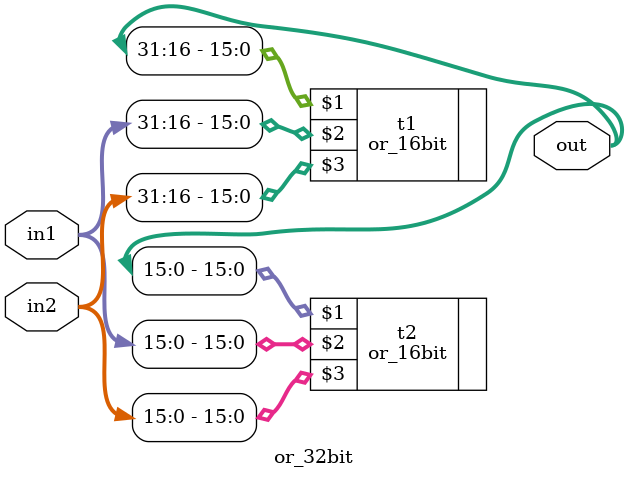
<source format=v>
module or_32bit(out,in1,in2);
input [31:0] in1, in2;
output [31:0] out;

or_16bit t1(out[31:16], in1[31:16], in2[31:16]);
or_16bit t2(out[15:0], in1[15:0], in2[15:0]);

endmodule
</source>
